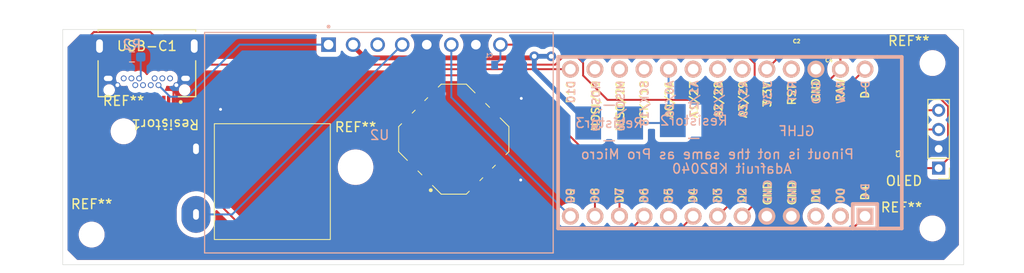
<source format=kicad_pcb>
(kicad_pcb (version 20241229) (generator "pcbnew") (generator_version "9.0")
  (layers (0 "F.Cu" signal) (2 "B.Cu" signal) (13 "F.Paste" user) (15 "B.Paste" user) (5 "F.SilkS" user "F.Silkscreen") (7 "B.SilkS" user "B.Silkscreen") (1 "F.Mask" user) (3 "B.Mask" user) (25 "Edge.Cuts" user))
  (net 0 "")
  (net 1 "GND")
  (net 2 "+5V")
  (net 3 "Net-(U1-D8)")
  (net 4 "Net-(U1-D7)")
  (net 5 "SDL")
  (net 6 "+3.3V")
  (net 7 "SDA")
  (net 8 "Net-(USB-C1-CC2)")
  (net 9 "Net-(USB-C1-CC1)")
  (net 10 "Net-(U1-A0{slash}26)")
  (net 11 "Net-(U2-VLIPO)")
  (net 13 "D-")
  (net 14 "LBO")
  (net 17 "D+")
  (net 20 "VBUS")
  (net 21 "EN")
  (net 37 "D6ASSY")
  (net 42 "D8ASSY")
  (net 43 "D10ASSY")
  (footprint "CC0402KRX5R5BB105 (2):CAPC1005X60" (layer "F.Cu") (at 168.91 67.1075 90)
    (property "Reference" "C3" (at -0.085083 -0.986007 90) (layer "F.SilkS") (effects (font (size 0.394103 0.394103))))
    (property "Value" "0.1uF")
    (pad "1" smd rect (at -0.65 0 90) (size 0.7 0.9) (layers "F.Cu" "F.Mask" "F.Paste") (net 6 "+3.3V"))
    (pad "2" smd rect (at 0.65 0 90) (size 0.7 0.9) (layers "F.Cu" "F.Mask" "F.Paste") (net 1 "GND"))
  )
  (footprint "DPAD:Navigation_SMD_9.9x9.9mm" (layer "F.Cu") (at 121.92 65.675 180)
    (property "Reference" "D-Pad1")
    (property "Value" "Nav Switch")
    (fp_line (start 5.7 1.3) (end 5.4 1.6) (stroke (width 0.1)) (layer "F.SilkS"))
    (fp_line (start 5.7 -1.3) (end 5.7 1.3) (stroke (width 0.1)) (layer "F.SilkS"))
    (fp_line (start 4.8 -2.2) (end 5.7 -1.3) (stroke (width 0.1)) (layer "F.SilkS"))
    (fp_line (start 4.3 2.7) (end 4 3) (stroke (width 0.1)) (layer "F.SilkS"))
    (fp_line (start 3.3 -3.7) (end 3.7 -3.3) (stroke (width 0.1)) (layer "F.SilkS"))
    (fp_line (start 3 4) (end 2.7 4.3) (stroke (width 0.1)) (layer "F.SilkS"))
    (fp_line (start 1.6 5.4) (end 1.3 5.7) (stroke (width 0.1)) (layer "F.SilkS"))
    (fp_line (start 1.3 5.7) (end -1.3 5.7) (stroke (width 0.1)) (layer "F.SilkS"))
    (fp_line (start 1.3 -5.7) (end 2.2 -4.8) (stroke (width 0.1)) (layer "F.SilkS"))
    (fp_line (start -1.3 5.7) (end -2.2 4.8) (stroke (width 0.1)) (layer "F.SilkS"))
    (fp_line (start -1.3 -5.7) (end 1.3 -5.7) (stroke (width 0.1)) (layer "F.SilkS"))
    (fp_line (start -1.6 -5.4) (end -1.3 -5.7) (stroke (width 0.1)) (layer "F.SilkS"))
    (fp_line (start -2.7 -4.3) (end -3 -4) (stroke (width 0.1)) (layer "F.SilkS"))
    (fp_line (start -3.3 3.7) (end -3.7 3.3) (stroke (width 0.1)) (layer "F.SilkS"))
    (fp_line (start -4 -3) (end -4.3 -2.7) (stroke (width 0.1)) (layer "F.SilkS"))
    (fp_line (start -4.8 2.2) (end -5.7 1.300001) (stroke (width 0.1)) (layer "F.SilkS"))
    (fp_line (start -5.7 1.300001) (end -5.7 -1.3) (stroke (width 0.1)) (layer "F.SilkS"))
    (fp_line (start -5.7 -1.3) (end -5.4 -1.6) (stroke (width 0.1)) (layer "F.SilkS"))
    (fp_circle (center 2.380662 -5.292547) (end 2.280662 -5.292547) (stroke (width 0.2)) (fill yes) (layer "F.SilkS"))
    (pad "1" smd rect (at 2.669328 -4.224963 315) (size 1 1.25) (layers "F.Cu" "F.Mask" "F.Paste") (net 37 "D6ASSY"))
    (pad "2" smd rect (at 4.224963 -2.669328 315) (size 1 1.25) (layers "F.Cu" "F.Mask" "F.Paste") (net 42 "D8ASSY"))
    (pad "3" smd rect (at 4.790648 2.103643 45) (size 1 1.25) (layers "F.Cu" "F.Mask" "F.Paste") (net 1 "GND"))
    (pad "4" smd rect (at 3.447146 3.447146 45) (size 1 1.25) (layers "F.Cu" "F.Mask" "F.Paste") (net 43 "D10ASSY"))
    (pad "5" smd rect (at 2.103643 4.790648 45) (size 1 1.25) (layers "F.Cu" "F.Mask" "F.Paste") (net 4 "Net-(U1-D7)"))
    (pad "6" smd rect (at -2.669328 4.224963 135) (size 1 1.25) (layers "F.Cu" "F.Mask" "F.Paste") (net 1 "GND"))
    (pad "7" smd rect (at -4.224963 2.669328 135) (size 1 1.25) (layers "F.Cu" "F.Mask" "F.Paste") (net 3 "Net-(U1-D8)"))
    (pad "8" smd rect (at -4.790648 -2.103643 225) (size 1 1.25) (layers "F.Cu" "F.Mask" "F.Paste") (net 1 "GND"))
    (pad "9" smd rect (at -3.447146 -3.447146 225) (size 1 1.25) (layers "F.Cu" "F.Mask" "F.Paste") (net 1 "GND"))
    (pad "10" smd rect (at -2.103643 -4.790648 225) (size 1 1.25) (layers "F.Cu" "F.Mask" "F.Paste") (net 1 "GND"))
  )
  (footprint "5-1res:RC0603N_YAG" (layer "F.Cu") (at 92.075 64.135 180)
    (property "Reference" "Resistor1" (at 0 0 180) (layer "F.SilkS"))
    (property "Value" "5.1Kohms")
    (fp_line (start 0.08615 -0.5334) (end -0.08615 -0.5334) (stroke (width 0.1524)) (layer "F.SilkS"))
    (fp_line (start -0.08615 0.5334) (end 0.08615 0.5334) (stroke (width 0.1524)) (layer "F.SilkS"))
    (pad "1" smd rect (at -0.7747 0 180) (size 0.762 0.8128) (layers "F.Cu" "F.Mask" "F.Paste") (net 1 "GND"))
    (pad "2" smd rect (at 0.7747 0 180) (size 0.762 0.8128) (layers "F.Cu" "F.Mask" "F.Paste") (net 9 "Net-(USB-C1-CC1)"))
    (zone (net 0) (net_name "") (layer "F.Cu") (connect_pads (clearance 0)) (min_thickness 0.254)
      (keepout (tracks not_allowed) (vias not_allowed) (pads allowed) (copperpour not_allowed) (footprints allowed))
      (fill (thermal_gap 0.508) (thermal_bridge_width 0.508))
      (polygon (pts (xy 92.4179 64.4906) (xy 91.7321 64.4906) (xy 91.7321 63.7794) (xy 92.4179 63.7794)))
    )
  )
  (footprint "CC0402KRX5R5BB105 (2):CAPC1005X60" (layer "F.Cu") (at 160.655 56.515 180)
    (property "Reference" "C4" (at -0.085083 -0.986007 180) (layer "F.SilkS") (effects (font (size 0.394103 0.394103))))
    (property "Value" "0.1uF")
    (pad "1" smd rect (at -0.65 0 180) (size 0.7 0.9) (layers "F.Cu" "F.Mask" "F.Paste") (net 2 "+5V"))
    (pad "2" smd rect (at 0.65 0 180) (size 0.7 0.9) (layers "F.Cu" "F.Mask" "F.Paste") (net 1 "GND"))
  )
  (footprint "Connector_PinHeader_2.00mm:PinHeader_1x04_P2.00mm_Vertical" (layer "F.Cu") (at 172.085 68.675 180)
    (property "Reference" "OLED" (at 3.585 -1.325 0) (layer "F.SilkS"))
    (property "Value" "SSD1306" (hide yes))
    (fp_line (start 1.11 1) (end 1.11 7.11) (stroke (width 0.12)) (layer "F.SilkS"))
    (fp_line (start -1.11 7.11) (end 1.11 7.11) (stroke (width 0.12)) (layer "F.SilkS"))
    (fp_line (start -1.11 1) (end 1.11 1) (stroke (width 0.12)) (layer "F.SilkS"))
    (fp_line (start -1.11 1) (end -1.11 7.11) (stroke (width 0.12)) (layer "F.SilkS"))
    (fp_line (start -1.11 0) (end -1.11 -1.11) (stroke (width 0.12)) (layer "F.SilkS"))
    (fp_line (start -1.11 -1.11) (end 0 -1.11) (stroke (width 0.12)) (layer "F.SilkS"))
    (pad "1" thru_hole rect (at 0 0 180) (size 1.35 1.35) (drill 0.8) (layers "*.Cu" "*.Mask") (net 6 "+3.3V"))
    (pad "2" thru_hole circle (at 0 2 180) (size 1.35 1.35) (drill 0.8) (layers "*.Cu" "*.Mask") (net 1 "GND"))
    (pad "3" thru_hole circle (at 0 4 180) (size 1.35 1.35) (drill 0.8) (layers "*.Cu" "*.Mask") (net 5 "SDL"))
    (pad "4" thru_hole circle (at 0 6 180) (size 1.35 1.35) (drill 0.8) (layers "*.Cu" "*.Mask") (net 7 "SDA"))
  )
  (footprint "MountingHole:MountingHole_2.2mm_M2" (layer "F.Cu") (at 171.45 74.93)
    (property "Reference" "REF**" (at -3.2 -2.18 0) (layer "F.SilkS"))
    (property "Value" "MountingHole_2.2mm_M2")
    (pad "" np_thru_hole circle (at 0 0) (size 2.2 2.2) (drill 2.2) (layers "*.Cu" "*.Mask"))
  )
  (footprint "CC0402KRX5R5BB105 (2):CAPC1005X60" (layer "F.Cu") (at 157.48 56.515)
    (property "Reference" "C2" (at -0.085083 -0.986007 0) (layer "F.SilkS") (effects (font (size 0.394103 0.394103))))
    (property "Value" "0.1uF")
    (pad "1" smd rect (at -0.65 0) (size 0.7 0.9) (layers "F.Cu" "F.Mask" "F.Paste") (net 6 "+3.3V"))
    (pad "2" smd rect (at 0.65 0) (size 0.7 0.9) (layers "F.Cu" "F.Mask" "F.Paste") (net 1 "GND"))
  )
  (footprint "library:onoffswitch" (layer "F.Cu") (at 95.25 73.475 90)
    (property "Reference" "SW1" (hide yes))
    (property "Value" "SW_SPST")
    (fp_rect (start -2.6 1.9) (end 9.4 13.9) (stroke (width 0.1)) (fill no) (layer "F.SilkS"))
    (pad "1" thru_hole oval (at 0 0 90) (size 3.81 3) (drill oval 1.1 0.6) (layers "*.Cu" "*.Mask") (net 21 "EN"))
    (pad "2" thru_hole oval (at 6.8 0 90) (size 3.81 3) (drill oval 1.1 0.6) (layers "*.Cu" "*.Mask") (net 1 "GND"))
  )
  (footprint "usb-c:CUI_UJ31-CH-G-SMT-TR-67" (layer "F.Cu") (at 90.17 56.026242 180)
    (property "Reference" "USB-C1" (at 0 0 0) (layer "F.SilkS"))
    (property "Value" "UJ31-CH-G-SMT-TR-67" (hide yes))
    (fp_line (start 5.05 1.7) (end 5.05 1.52) (stroke (width 0.127)) (layer "F.SilkS"))
    (fp_line (start 5.05 -1.52) (end 5.05 -5.25) (stroke (width 0.127)) (layer "F.SilkS"))
    (fp_line (start 5.05 -5.25) (end 3.25 -5.25) (stroke (width 0.127)) (layer "F.SilkS"))
    (fp_line (start -3.25 -5.25) (end -5.05 -5.25) (stroke (width 0.127)) (layer "F.SilkS"))
    (fp_line (start -5.05 1.7) (end 5.05 1.7) (stroke (width 0.127)) (layer "F.SilkS"))
    (fp_line (start -5.05 1.52) (end -5.05 1.7) (stroke (width 0.127)) (layer "F.SilkS"))
    (fp_line (start -5.05 -5.25) (end -5.05 -1.52) (stroke (width 0.127)) (layer "F.SilkS"))
    (fp_circle (center -3.5 -5.8) (end -3.4 -5.8) (stroke (width 0.2)) (fill no) (layer "F.SilkS"))
    (pad "" np_thru_hole circle (at -3.9 -4.55 180) (size 0.7 0.7) (drill 0.7) (layers "*.Cu" "*.Mask"))
    (pad "" np_thru_hole circle (at 3.9 -4.55 180) (size 0.7 0.7) (drill 0.7) (layers "*.Cu" "*.Mask"))
    (pad "A1" smd rect (at -2.75 -5.575 180) (size 0.35 0.85) (layers "F.Cu" "F.Mask" "F.Paste") (net 1 "GND"))
    (pad "A2" smd rect (at -2.25 -5.575 180) (size 0.35 0.85) (layers "F.Cu" "F.Mask" "F.Paste"))
    (pad "A3" smd rect (at -1.75 -5.575 180) (size 0.35 0.85) (layers "F.Cu" "F.Mask" "F.Paste"))
    (pad "A4" smd rect (at -1.25 -5.575 180) (size 0.35 0.85) (layers "F.Cu" "F.Mask" "F.Paste"))
    (pad "A5" smd rect (at -0.75 -5.575 180) (size 0.35 0.85) (layers "F.Cu" "F.Mask" "F.Paste") (net 9 "Net-(USB-C1-CC1)"))
    (pad "A6" smd rect (at -0.25 -5.575 180) (size 0.35 0.85) (layers "F.Cu" "F.Mask" "F.Paste") (net 17 "D+"))
    (pad "A7" smd rect (at 0.25 -5.575 180) (size 0.35 0.85) (layers "F.Cu" "F.Mask" "F.Paste") (net 13 "D-"))
    (pad "A8" smd rect (at 0.75 -5.575 180) (size 0.35 0.85) (layers "F.Cu" "F.Mask" "F.Paste"))
    (pad "A9" smd rect (at 1.25 -5.575 180) (size 0.35 0.85) (layers "F.Cu" "F.Mask" "F.Paste"))
    (pad "A10" smd rect (at 1.75 -5.575 180) (size 0.35 0.85) (layers "F.Cu" "F.Mask" "F.Paste"))
    (pad "A11" smd rect (at 2.25 -5.575 180) (size 0.35 0.85) (layers "F.Cu" "F.Mask" "F.Paste"))
    (pad "A12" smd rect (at 2.75 -5.575 180) (size 0.35 0.85) (layers "F.Cu" "F.Mask" "F.Paste") (net 1 "GND"))
    (pad "B1" thru_hole circle (at 3.05 -4.05 180) (size 0.6 0.6) (drill 0.4) (layers "*.Cu" "*.Mask") (net 1 "GND"))
    (pad "B2" thru_hole circle (at 2.4 -3.35 180) (size 0.6 0.6) (drill 0.4) (layers "*.Cu" "*.Mask"))
    (pad "B3" thru_hole circle (at 1.6 -3.35 180) (size 0.6 0.6) (drill 0.4) (layers "*.Cu" "*.Mask"))
    (pad "B4" thru_hole circle (at 1.2 -4.05 180) (size 0.6 0.6) (drill 0.4) (layers "*.Cu" "*.Mask"))
    (pad "B5" thru_hole circle (at 0.8 -3.35 180) (size 0.6 0.6) (drill 0.4) (layers "*.Cu" "*.Mask") (net 8 "Net-(USB-C1-CC2)"))
    (pad "B6" thru_hole circle (at 0.4 -4.05 180) (size 0.6 0.6) (drill 0.4) (layers "*.Cu" "*.Mask"))
    (pad "B7" thru_hole circle (at -0.4 -4.05 180) (size 0.6 0.6) (drill 0.4) (layers "*.Cu" "*.Mask"))
    (pad "B8" thru_hole circle (at -0.8 -3.35 180) (size 0.6 0.6) (drill 0.4) (layers "*.Cu" "*.Mask"))
    (pad "B9" thru_hole circle (at -1.2 -4.05 180) (size 0.6 0.6) (drill 0.4) (layers "*.Cu" "*.Mask") (net 20 "VBUS"))
    (pad "B10" thru_hole circle (at -1.6 -3.35 180) (size 0.6 0.6) (drill 0.4) (layers "*.Cu" "*.Mask"))
    (pad "B11" thru_hole circle (at -2.4 -3.35 180) (size 0.6 0.6) (drill 0.4) (layers "*.Cu" "*.Mask"))
    (pad "B12" thru_hole circle (at -3.05 -4.05 180) (size 0.6 0.6) (drill 0.4) (layers "*.Cu" "*.Mask") (net 1 "GND"))
    (pad "S1" thru_hole oval (at -4.9 0 180) (size 1.2 2.4) (drill oval 0.7 1.4) (layers "*.Cu" "*.Mask") (net 1 "GND"))
    (pad "S2" thru_hole oval (at 4.9 0 180) (size 1.2 2.4) (drill oval 0.7 1.4) (layers "*.Cu" "*.Mask") (net 1 "GND"))
    (pad "S3" thru_hole oval (at -4 -3.35 180) (size 1.3 0.95) (drill oval 0.9 0.55) (layers "*.Cu" "*.Mask") (net 1 "GND"))
    (pad "S4" thru_hole oval (at 4 -3.35 180) (size 1.3 0.95) (drill oval 0.9 0.55) (layers "*.Cu" "*.Mask") (net 1 "GND"))
  )
  (footprint "MountingHole:MountingHole_2.2mm_M2" (layer "F.Cu") (at 84.455 75.565)
    (property "Reference" "REF**" (at 0 -3.15 0) (layer "F.SilkS"))
    (property "Value" "MountingHole_2.2mm_M2")
    (pad "" np_thru_hole circle (at 0 0) (size 2.2 2.2) (drill 2.2) (layers "*.Cu" "*.Mask"))
  )
  (footprint "MountingHole:MountingHole_3.2mm_M3" (layer "F.Cu") (at 111.76 68.58)
    (property "Reference" "REF**" (at 0 -4.15 0) (layer "F.SilkS"))
    (property "Value" "MountingHole_3.2mm_M3")
    (pad "" np_thru_hole circle (at 0 0) (size 3.2 3.2) (drill 3.2) (layers "*.Cu" "*.Mask"))
  )
  (footprint "MountingHole:MountingHole_2.2mm_M2" (layer "F.Cu") (at 171.45 57.785)
    (property "Reference" "REF**" (at -2.45 -2.285 0) (layer "F.SilkS"))
    (property "Value" "MountingHole_2.2mm_M2")
    (pad "" np_thru_hole circle (at 0 0) (size 2.2 2.2) (drill 2.2) (layers "*.Cu" "*.Mask"))
  )
  (footprint "MountingHole:MountingHole_2.2mm_M2" (layer "F.Cu") (at 87.760901 64.861438)
    (property "Reference" "REF**" (at 0 -3.15 0) (layer "F.SilkS"))
    (property "Value" "MountingHole_2.2mm_M2")
    (pad "" np_thru_hole circle (at 0 0) (size 2.2 2.2) (drill 2.2) (layers "*.Cu" "*.Mask"))
  )
  (footprint "Resistor_SMD:R_0603_1608Metric_Pad0.98x0.95mm_HandSolder" (layer "B.Cu") (at 88.6225 57.15)
    (property "Reference" "R2" (at 0 -1.27 0) (layer "B.SilkS") (effects (justify mirror)))
    (property "Value" "5.1Kohms")
    (fp_line (start -0.254724 -0.5225) (end 0.254724 -0.5225) (stroke (width 0.12)) (layer "B.SilkS"))
    (fp_line (start -0.254724 0.5225) (end 0.254724 0.5225) (stroke (width 0.12)) (layer "B.SilkS"))
    (pad "1" smd roundrect (at -0.9125 0) (size 0.975 0.95) (layers "B.Cu" "B.Mask" "B.Paste") (net 1 "GND"))
    (pad "2" smd roundrect (at 0.9125 0) (size 0.975 0.95) (layers "B.Cu" "B.Mask" "B.Paste") (net 8 "Net-(USB-C1-CC2)"))
  )
  (footprint "1mohmres:RES_TLR_3AW1_2_4_KOA" (layer "B.Cu") (at 138 64 180)
    (property "Reference" "Resistor3" (at 0 0 0) (layer "B.SilkS") (effects (justify mirror)))
    (property "Value" "1mohm")
    (fp_line (start 0.53065 1.8415) (end -0.53065 1.8415) (stroke (width 0.1524)) (layer "B.SilkS"))
    (fp_line (start -0.53065 -1.8415) (end 0.53065 -1.8415) (stroke (width 0.1524)) (layer "B.SilkS"))
    (pad "1" smd rect (at -2.1717 0 180) (size 2.667 3.429) (layers "B.Cu" "B.Mask" "B.Paste") (net 10 "Net-(U1-A0{slash}26)"))
    (pad "2" smd rect (at 2.1717 0 180) (size 2.667 3.429) (layers "B.Cu" "B.Mask" "B.Paste") (net 11 "Net-(U2-VLIPO)"))
    (zone (net 0) (net_name "") (layer "B.Cu") (connect_pads (clearance 0)) (min_thickness 0.254)
      (keepout (tracks not_allowed) (vias not_allowed) (pads allowed) (copperpour not_allowed) (footprints allowed))
      (fill (thermal_gap 0.508) (thermal_bridge_width 0.508))
      (polygon (pts (xy 138.7874 62.3363) (xy 137.2126 62.3363) (xy 137.2126 65.6637) (xy 138.7874 65.6637)))
    )
  )
  (footprint "batt-charger:MODULE_2465" (layer "B.Cu") (at 114.173 66.04)
    (property "Reference" "U2" (at 0.077 -0.79 0) (layer "B.SilkS") (effects (justify mirror)))
    (property "Value" "2465")
    (fp_line (start -18.034 -11.43) (end -18.034 11.43) (stroke (width 0.127)) (layer "B.SilkS"))
    (fp_line (start -18.034 11.43) (end 18.034 11.43) (stroke (width 0.127)) (layer "B.SilkS"))
    (fp_line (start 18.034 -11.43) (end -18.034 -11.43) (stroke (width 0.127)) (layer "B.SilkS"))
    (fp_line (start 18.034 11.43) (end 18.034 -11.43) (stroke (width 0.127)) (layer "B.SilkS"))
    (fp_circle (center -5.207 -12.03) (end -5.107 -12.03) (stroke (width 0.2)) (fill no) (layer "B.SilkS"))
    (pad "1" thru_hole rect (at -5.207 -10.16) (size 1.508 1.508) (drill 1) (layers "*.Cu" "*.Mask") (net 20 "VBUS"))
    (pad "2" thru_hole circle (at -2.667 -10.16) (size 1.508 1.508) (drill 1) (layers "*.Cu" "*.Mask") (net 11 "Net-(U2-VLIPO)"))
    (pad "3" thru_hole circle (at -0.127 -10.16) (size 1.508 1.508) (drill 1) (layers "*.Cu" "*.Mask"))
    (pad "4" thru_hole circle (at 2.413 -10.16) (size 1.508 1.508) (drill 1) (layers "*.Cu" "*.Mask") (net 21 "EN"))
    (pad "5" thru_hole circle (at 4.953 -10.16) (size 1.508 1.508) (drill 1) (layers "*.Cu" "*.Mask") (net 1 "GND"))
    (pad "6" thru_hole circle (at 7.493 -10.16) (size 1.508 1.508) (drill 1) (layers "*.Cu" "*.Mask") (net 14 "LBO"))
    (pad "7" thru_hole circle (at 10.033 -10.16) (size 1.508 1.508) (drill 1) (layers "*.Cu" "*.Mask") (net 1 "GND"))
    (pad "8" thru_hole circle (at 12.573 -10.16) (size 1.508 1.508) (drill 1) (layers "*.Cu" "*.Mask") (net 2 "+5V"))
  )
  (footprint "CC0402KRX5R5BB105 (2):CAPC1005X60" (layer "B.Cu") (at 125.5 58 180)
    (property "Reference" "C1" (at -0.085083 0.986007 0) (layer "B.SilkS") (effects (font (size 0.394103 0.394103)) (justify mirror)))
    (property "Value" "0.1uF")
    (pad "1" smd rect (at -0.65 0 180) (size 0.7 0.9) (layers "B.Cu" "B.Mask" "B.Paste") (net 2 "+5V"))
    (pad "2" smd rect (at 0.65 0 180) (size 0.7 0.9) (layers "B.Cu" "B.Mask" "B.Paste") (net 1 "GND"))
  )
  (footprint "kb2040:kb2040" (layer "B.Cu") (at 150.495 66.04 90)
    (property "Reference" "U1" (hide yes))
    (property "Value" "kb2040" (hide yes))
    (fp_line (start 8.89 -17.78) (end 8.89 15.24) (stroke (width 0.381)) (layer "B.SilkS"))
    (fp_line (start -8.89 -17.78) (end 8.89 -17.78) (stroke (width 0.381)) (layer "B.SilkS"))
    (fp_line (start -6.35 12.7) (end -8.89 12.7) (stroke (width 0.381)) (layer "B.SilkS"))
    (fp_line (start 8.89 15.24) (end 8.89 17.78) (stroke (width 0.381)) (layer "B.SilkS"))
    (fp_line (start -6.35 15.24) (end -6.35 12.7) (stroke (width 0.381)) (layer "B.SilkS"))
    (fp_line (start -6.35 15.24) (end -8.89 15.24) (stroke (width 0.381)) (layer "B.SilkS"))
    (fp_line (start -8.89 15.24) (end -8.89 -17.78) (stroke (width 0.381)) (layer "B.SilkS"))
    (fp_line (start 8.89 17.78) (end -8.89 17.78) (stroke (width 0.381)) (layer "B.SilkS"))
    (fp_line (start -8.89 17.78) (end -8.89 15.24) (stroke (width 0.381)) (layer "B.SilkS"))
    (fp_text user "RAW" (at 5.461 11.43 270) (layer "F.SilkS") (effects (font (size 0.8 0.8))))
    (fp_text user "D0" (at -5.461 11.43 270) (layer "F.SilkS") (effects (font (size 0.8 0.8))))
    (fp_text user "D4" (at -5.461 -3.81 270) (layer "F.SilkS") (effects (font (size 0.8 0.8))))
    (fp_text user "A0/26" (at 4.4704 -6.2738 270) (layer "F.SilkS") (effects (font (size 0.8 0.8))))
    (fp_text user "GND" (at 5.461 8.89 270) (layer "F.SilkS") (effects (font (size 0.8 0.8))))
    (fp_text user "D-" (at 5.461 13.97 270) (layer "F.SilkS") (effects (font (size 0.8 0.8))))
    (fp_text user "D5" (at -5.461 -6.35 270) (layer "F.SilkS") (effects (font (size 0.8 0.8))))
    (fp_text user "D6" (at -5.461 -8.89 270) (layer "F.SilkS") (effects (font (size 0.8 0.8))))
    (fp_text user "D3" (at -5.461 -1.27 270) (layer "F.SilkS") (effects (font (size 0.8 0.8))))
    (fp_text user "A1/27" (at 4.4704 -3.7338 270) (layer "F.SilkS") (effects (font (size 0.8 0.8))))
    (fp_text user "D+" (at -5.08 13.97 270) (layer "F.SilkS") (effects (font (size 0.8 0.8))))
    (fp_text user "D9" (at -5.5 -16.5 270) (layer "F.SilkS") (effects (font (size 0.8 0.8))))
    (fp_text user "D10" (at 5.2324 -16.4846 270) (layer "F.SilkS") (effects (font (size 0.8 0.8))))
    (fp_text user "D2" (at -5.461 1.27 270) (layer "F.SilkS") (effects (font (size 0.8 0.8))))
    (fp_text user "D7" (at -5.461 -11.43 270) (layer "F.SilkS") (effects (font (size 0.8 0.8))))
    (fp_text user "A2/28" (at 4.4704 -1.1938 270) (layer "F.SilkS") (effects (font (size 0.8 0.8))))
    (fp_text user "D1" (at -5.461 8.89 270) (layer "F.SilkS") (effects (font (size 0.8 0.8))))
    (fp_text user "3.3V" (at 4.9784 3.8608 270) (layer "F.SilkS") (effects (font (size 0.8 0.8))))
    (fp_text user "A3/29" (at 4.4704 1.3462 270) (layer "F.SilkS") (effects (font (size 0.8 0.8))))
    (fp_text user "RST" (at 4.9784 6.4008 270) (layer "F.SilkS") (effects (font (size 0.8 0.8))))
    (fp_text user "SCK/18" (at 4.0894 -8.89 270) (layer "F.SilkS") (effects (font (size 0.8 0.8))))
    (fp_text user "GND" (at -5.2578 3.8862 270) (layer "F.SilkS") (effects (font (size 0.8 0.8))))
    (fp_text user "MISO/20" (at 3.81 -11.3538 270) (layer "F.SilkS") (effects (font (size 0.8 0.8))))
    (fp_text user "D8" (at -5.461 -13.97 270) (layer "F.SilkS") (effects (font (size 0.8 0.8))))
    (fp_text user "GND" (at -5.2578 6.4262 270) (layer "F.SilkS") (effects (font (size 0.8 0.8))))
    (fp_text user "MOSI/19" (at 3.81 -13.8938 270) (layer "F.SilkS") (effects (font (size 0.8 0.8))))
    (fp_text user "D5" (at -5.5 -6.32 270) (layer "B.SilkS") (effects (font (size 0.8 0.8)) (justify mirror)))
    (fp_text user "D1" (at -5.5 8.92 270) (layer "B.SilkS") (effects (font (size 0.8 0.8)) (justify mirror)))
    (fp_text user "D7" (at -5.5 -11.4 270) (layer "B.SilkS") (effects (font (size 0.8 0.8)) (justify mirror)))
    (fp_text user "Adafruit KB2040" (at -2.7 0.2 0) (layer "B.SilkS") (effects (justify mirror)))
    (fp_text user "RST" (at 5.342857 6.4546 270) (layer "B.SilkS") (effects (font (size 0.8 0.8)) (justify mirror)))
    (fp_text user "D9" (at -5.5 -16.47 270) (layer "B.SilkS") (effects (font (size 0.8 0.8)) (justify mirror)))
    (fp_text user "GND" (at -5.061905 6.4562 270) (layer "B.SilkS") (effects (font (size 0.8 0.8)) (justify mirror)))
    (fp_text user "SCK/18" (at 4.066667 -8.8362 270) (layer "B.SilkS") (effects (font (size 0.8 0.8)) (justify mirror)))
    (fp_text user "A3/29" (at 4.52381 1.4 270) (layer "B.SilkS") (effects (font (size 0.8 0.8)) (justify mirror)))
    (fp_text user "MISO/20" (at 3.8 -11.3 270) (layer "B.SilkS") (effects (font (size 0.8 0.8)) (justify mirror)))
    (fp_text user "D10" (at 5.266667 -16.4308 270) (layer "B.SilkS") (effects (font (size 0.8 0.8)) (justify mirror)))
    (fp_text user "A1/27" (at 4.52381 -3.68 270) (layer "B.SilkS") (effects (font (size 0.8 0.8)) (justify mirror)))
    (fp_text user "GLHF" (at 1.2 6.9 0) (layer "B.SilkS") (effects (justify mirror)))
    (fp_text user "GND" (at -5.061905 3.9162 270) (layer "B.SilkS") (effects (font (size 0.8 0.8)) (justify mirror)))
    (fp_text user "D2" (at -5.5 1.3 270) (layer "B.SilkS") (effects (font (size 0.8 0.8)) (justify mirror)))
    (fp_text user "D+" (at -5.1 14 270) (layer "B.SilkS") (effects (font (size 0.8 0.8)) (justify mirror)))
    (fp_text user "D0" (at -5.5 11.46 270) (layer "B.SilkS") (effects (font (size 0.8 0.8)) (justify mirror)))
    (fp_text user "GND" (at 5.209524 8.9438 270) (layer "B.SilkS") (effects (font (size 0.8 0.8)) (justify mirror)))
    (fp_text user "A2/28" (at 4.52381 -1.14 270) (layer "B.SilkS") (effects (font (size 0.8 0.8)) (justify mirror)))
    (fp_text user "Pinout is not the same as Pro Micro" (at -1.2 -1.3 0) (layer "B.SilkS") (effects (justify mirror)))
    (fp_text user "D3" (at -5.5 -1.24 270) (layer "B.SilkS") (effects (font (size 0.8 0.8)) (justify mirror)))
    (fp_text user "D4" (at -5.5 -3.78 270) (layer "B.SilkS") (effects (font (size 0.8 0.8)) (justify mirror)))
    (fp_text user "D-" (at 5.533334 14.0238 270) (layer "B.SilkS") (effects (font (size 0.8 0.8)) (justify mirror)))
    (fp_text user "3.3V" (at 5.133334 3.9146 270) (layer "B.SilkS") (effects (font (size 0.8 0.8)) (justify mirror)))
    (fp_text user "A0/26" (at 4.52381 -6.22 270) (layer "B.SilkS") (effects (font (size 0.8 0.8)) (justify mirror)))
    (fp_text user "MOSI/19" (at 3.8 -13.84 270) (layer "B.SilkS") (effects (font (size 0.8 0.8)) (justify mirror)))
    (fp_text user "RAW" (at 5.228572 11.4838 270) (layer "B.SilkS") (effects (font (size 0.8 0.8)) (justify mirror)))
    (fp_text user "D6" (at -5.5 -8.86 270) (layer "B.SilkS") (effects (font (size 0.8 0.8)) (justify mirror)))
    (fp_text user "D8" (at -5.5 -13.94 270) (layer "B.SilkS") (effects (font (size 0.8 0.8)) (justify mirror)))
    (pad "1" thru_hole rect (at -7.62 13.97 180) (size 1.7526 1.7526) (drill 1.0922) (layers "*.Cu" "*.SilkS" "*.Mask") (net 17 "D+"))
    (pad "2" thru_hole circle (at -7.62 11.43 180) (size 1.7526 1.7526) (drill 1.0922) (layers "*.Cu" "*.SilkS" "*.Mask"))
    (pad "3" thru_hole circle (at -7.62 8.89 180) (size 1.7526 1.7526) (drill 1.0922) (layers "*.Cu" "*.SilkS" "*.Mask"))
    (pad "4" thru_hole circle (at -7.62 6.35 180) (size 1.7526 1.7526) (drill 1.0922) (layers "*.Cu" "*.SilkS" "*.Mask") (net 1 "GND"))
    (pad "5" thru_hole circle (at -7.62 3.81 180) (size 1.7526 1.7526) (drill 1.0922) (layers "*.Cu" "*.SilkS" "*.Mask") (net 1 "GND"))
    (pad "6" thru_hole circle (at -7.62 1.27 180) (size 1.7526 1.7526) (drill 1.0922) (layers "*.Cu" "*.SilkS" "*.Mask") (net 5 "SDL"))
    (pad "7" thru_hole circle (at -7.62 -1.27 180) (size 1.7526 1.7526) (drill 1.0922) (layers "*.Cu" "*.SilkS" "*.Mask") (net 7 "SDA"))
    (pad "8" thru_hole circle (at -7.62 -3.81 180) (size 1.7526 1.7526) (drill 1.0922) (layers "*.Cu" "*.SilkS" "*.Mask") (net 42 "D8ASSY"))
    (pad "9" thru_hole circle (at -7.62 -6.35 180) (size 1.7526 1.7526) (drill 1.0922) (layers "*.Cu" "*.SilkS" "*.Mask"))
    (pad "10" thru_hole circle (at -7.62 -8.89 180) (size 1.7526 1.7526) (drill 1.0922) (layers "*.Cu" "*.SilkS" "*.Mask") (net 37 "D6ASSY"))
    (pad "11" thru_hole circle (at -7.62 -11.43 180) (size 1.7526 1.7526) (drill 1.0922) (layers "*.Cu" "*.SilkS" "*.Mask") (net 4 "Net-(U1-D7)"))
    (pad "12" thru_hole circle (at -7.62 -13.97 180) (size 1.7526 1.7526) (drill 1.0922) (layers "*.Cu" "*.SilkS" "*.Mask") (net 3 "Net-(U1-D8)"))
    (pad "13" thru_hole circle (at -7.62 -16.51 180) (size 1.7526 1.7526) (drill 1.0922) (layers "*.Cu" "*.SilkS" "*.Mask") (net 14 "LBO"))
    (pad "14" thru_hole circle (at 7.62 13.97 180) (size 1.7526 1.7526) (drill 1.0922) (layers "*.Cu" "*.SilkS" "*.Mask") (net 13 "D-"))
    (pad "15" thru_hole circle (at 7.62 11.43 180) (size 1.7526 1.7526) (drill 1.0922) (layers "*.Cu" "*.SilkS" "*.Mask") (net 2 "+5V"))
    (pad "16" thru_hole circle (at 7.62 8.89 180) (size 1.7526 1.7526) (drill 1.0922) (layers "*.Cu" "*.SilkS" "*.Mask") (net 1 "GND"))
    (pad "17" thru_hole circle (at 7.62 6.35 180) (size 1.7526 1.7526) (drill 1.0922) (layers "*.Cu" "*.SilkS" "*.Mask"))
    (pad "18" thru_hole circle (at 7.62 3.81 180) (size 1.7526 1.7526) (drill 1.0922) (layers "*.Cu" "*.SilkS" "*.Mask") (net 6 "+3.3V"))
    (pad "19" thru_hole circle (at 7.62 1.27 180) (size 1.7526 1.7526) (drill 1.0922) (layers "*.Cu" "*.SilkS" "*.Mask"))
    (pad "20" thru_hole circle (at 7.62 -1.27 180) (size 1.7526 1.7526) (drill 1.0922) (layers "*.Cu" "*.SilkS" "*.Mask"))
    (pad "21" thru_hole circle (at 7.62 -3.81 180) (size 1.7526 1.7526) (drill 1.0922) (layers "*.Cu" "*.SilkS" "*.Mask"))
    (pad "22" thru_hole circle (at 7.62 -6.35 180) (size 1.7526 1.7526) (drill 1.0922) (layers "*.Cu" "*.SilkS" "*.Mask") (net 10 "Net-(U1-A0{slash}26)"))
    (pad "23" thru_hole circle (at 7.62 -8.89 180) (size 1.7526 1.7526) (drill 1.0922) (layers "*.Cu" "*.SilkS" "*.Mask"))
    (pad "24" thru_hole circle (at 7.62 -11.43 180) (size 1.7526 1.7526) (drill 1.0922) (layers "*.Cu" "*.SilkS" "*.Mask"))
    (pad "25" thru_hole circle (at 7.62 -13.97 180) (size 1.7526 1.7526) (drill 1.0922) (layers "*.Cu" "*.SilkS" "*.Mask"))
    (pad "26" thru_hole circle (at 7.62 -16.51 180) (size 1.7526 1.7526) (drill 1.0922) (layers "*.Cu" "*.SilkS" "*.Mask") (net 43 "D10ASSY"))
  )
  (footprint "1mohmres:RES_TLR_3AW1_2_4_KOA" (layer "B.Cu") (at 146.75 63.75 180)
    (property "Reference" "Resistor2" (at 0 0 0) (layer "B.SilkS") (effects (justify mirror)))
    (property "Value" "1mohm")
    (fp_line (start 0.53065 1.8415) (end -0.53065 1.8415) (stroke (width 0.1524)) (layer "B.SilkS"))
    (fp_line (start -0.53065 -1.8415) (end 0.53065 -1.8415) (stroke (width 0.1524)) (layer "B.SilkS"))
    (pad "1" smd rect (at -2.1717 0 180) (size 2.667 3.429) (layers "B.Cu" "B.Mask" "B.Paste") (net 1 "GND"))
    (pad "2" smd rect (at 2.1717 0 180) (size 2.667 3.429) (layers "B.Cu" "B.Mask" "B.Paste") (net 10 "Net-(U1-A0{slash}26)"))
    (zone (net 0) (net_name "") (layer "B.Cu") (connect_pads (clearance 0)) (min_thickness 0.254)
      (keepout (tracks not_allowed) (vias not_allowed) (pads allowed) (copperpour not_allowed) (footprints allowed))
      (fill (thermal_gap 0.508) (thermal_bridge_width 0.508))
      (polygon (pts (xy 147.5374 62.0863) (xy 145.9626 62.0863) (xy 145.9626 65.4137) (xy 147.5374 65.4137)))
    )
  )
  (gr_rect (start 81.460734 54.308077) (end 174.673371 78.69037) (stroke (width 0.05)) (fill no) (layer "Edge.Cuts"))
  (segment (start 128.843502 69.911498) (end 127.891002 68.958998) (width 0.2) (layer "F.Cu") (net 1))
  (segment (start 85.27 58.476242) (end 86.17 59.376242) (width 0.2) (layer "F.Cu") (net 1))
  (segment (start 159.385 57.3775) (end 159.385 58.42) (width 0.2) (layer "F.Cu") (net 1))
  (segment (start 172.085 66.675) (end 163.83 66.675) (width 0.2) (layer "F.Cu") (net 1))
  (segment (start 86.17 59.376242) (end 89.52 56.026242) (width 0.2) (layer "F.Cu") (net 1))
  (segment (start 92.9875 61.668742) (end 92.92 61.601242) (width 0.2) (layer "F.Cu") (net 1))
  (segment (start 124.589328 61.450037) (end 128.905 61.450037) (width 0.2) (layer "F.Cu") (net 1))
  (segment (start 87.42 61.601242) (end 87.42 60.376242) (width 0.2) (layer "F.Cu") (net 1))
  (segment (start 159.385 58.8275) (end 159.385 58.42) (width 0.2) (layer "F.Cu") (net 1))
  (segment (start 92.92 60.376242) (end 93.22 60.076242) (width 0.2) (layer "F.Cu") (net 1))
  (segment (start 95.25 66.675) (end 92.9875 64.4125) (width 0.2) (layer "F.Cu") (net 1))
  (segment (start 126.365 70.12) (end 126.365 70.465648) (width 0.2) (layer "F.Cu") (net 1))
  (segment (start 124.6875 56.3615) (end 124.206 55.88) (width 0.2) (layer "F.Cu") (net 1))
  (segment (start 96.2425 64.135) (end 97.79 62.5875) (width 0.2) (layer "F.Cu") (net 1))
  (segment (start 106.751357 63.571357) (end 109.855 63.571357) (width 0.2) (layer "F.Cu") (net 1))
  (segment (start 128.289352 70.465648) (end 128.843502 69.911498) (width 0.2) (layer "F.Cu") (net 1))
  (segment (start 163.83 66.675) (end 156.845 73.66) (width 0.2) (layer "F.Cu") (net 1))
  (segment (start 87.42 60.376242) (end 87.12 60.076242) (width 0.2) (layer "F.Cu") (net 1))
  (segment (start 89.52 56.026242) (end 90.82 56.026242) (width 0.2) (layer "F.Cu") (net 1))
  (segment (start 125.367146 69.122146) (end 126.365 70.12) (width 0.2) (layer "F.Cu") (net 1))
  (segment (start 157.8875 56.515) (end 160.2475 56.515) (width 0.2) (layer "F.Cu") (net 1))
  (segment (start 109.855 63.571357) (end 117.129352 63.571357) (width 0.2) (layer "F.Cu") (net 1))
  (segment (start 92.9875 64.135) (end 96.2425 64.135) (width 0.2) (layer "F.Cu") (net 1))
  (segment (start 96.803742 61.601242) (end 97.79 62.5875) (width 0.2) (layer "F.Cu") (net 1))
  (segment (start 92.9875 64.4125) (end 92.9875 64.135) (width 0.2) (layer "F.Cu") (net 1))
  (segment (start 160.2475 56.515) (end 159.385 57.3775) (width 0.2) (layer "F.Cu") (net 1))
  (segment (start 105.7675 62.5875) (end 106.751357 63.571357) (width 0.2) (layer "F.Cu") (net 1))
  (segment (start 97.79 62.5875) (end 105.7675 62.5875) (width 0.2) (layer "F.Cu") (net 1))
  (segment (start 126.365 70.465648) (end 128.289352 70.465648) (width 0.2) (layer "F.Cu") (net 1))
  (segment (start 92.92 61.601242) (end 92.92 60.376242) (width 0.2) (layer "F.Cu") (net 1))
  (segment (start 92.9875 64.135) (end 92.9875 61.668742) (width 0.2) (layer "F.Cu") (net 1))
  (segment (start 124.023643 70.465648) (end 126.365 70.465648) (width 0.2) (layer "F.Cu") (net 1))
  (segment (start 92.92 61.601242) (end 96.803742 61.601242) (width 0.2) (layer "F.Cu") (net 1))
  (segment (start 127.891002 68.958998) (end 126.710648 67.778643) (width 0.2) (layer "F.Cu") (net 1))
  (segment (start 85.27 56.026242) (end 85.27 58.476242) (width 0.2) (layer "F.Cu") (net 1))
  (segment (start 90.82 56.026242) (end 94.17 59.376242) (width 0.2) (layer "F.Cu") (net 1))
  (via (at 128.905 61.450037) (size 0.6) (drill 0.3) (layers "F.Cu" "B.Cu") (net 1))
  (via (at 97.79 62.5875) (size 0.6) (drill 0.3) (layers "F.Cu" "B.Cu") (net 1))
  (via (at 128.843502 69.911498) (size 0.6) (drill 0.3) (layers "F.Cu" "B.Cu") (net 1))
  (segment (start 159.385 71.12) (end 156.845 73.66) (width 0.2) (layer "B.Cu") (net 1))
  (segment (start 87.12 60.076242) (end 86.87 60.076242) (width 0.2) (layer "B.Cu") (net 1))
  (segment (start 86.87 60.076242) (end 86.17 59.376242) (width 0.2) (layer "B.Cu") (net 1))
  (segment (start 86.393758 57.15) (end 85.27 56.026242) (width 0.2) (layer "B.Cu") (net 1))
  (segment (start 95.25 66.675) (end 93.718758 66.675) (width 0.2) (layer "B.Cu") (net 1))
  (segment (start 124.85 56.524) (end 124.206 55.88) (width 0.2) (layer "B.Cu") (net 1))
  (segment (start 128.843502 71.693502) (end 131.9373 74.7873) (width 0.2) (layer "B.Cu") (net 1))
  (segment (start 93.22 60.076242) (end 93.47 60.076242) (width 0.2) (layer "B.Cu") (net 1))
  (segment (start 154.055 63.75) (end 154.305 64) (width 0.2) (layer "B.Cu") (net 1))
  (segment (start 85.27 56.026242) (end 95.07 56.026242) (width 0.2) (layer "B.Cu") (net 1))
  (segment (start 87.71 57.15) (end 86.393758 57.15) (width 0.2) (layer "B.Cu") (net 1))
  (segment (start 93.718758 66.675) (end 87.12 60.076242) (width 0.2) (layer "B.Cu") (net 1))
  (segment (start 87.71 57.836242) (end 86.17 59.376242) (width 0.2) (layer "B.Cu") (net 1))
  (segment (start 128.843502 69.911498) (end 128.843502 71.693502) (width 0.2) (layer "B.Cu") (net 1))
  (segment (start 93.47 60.076242) (end 94.17 59.376242) (width 0.2) (layer "B.Cu") (net 1))
  (segment (start 153.1777 74.7873) (end 154.305 73.66) (width 0.2) (layer "B.Cu") (net 1))
  (segment (start 156.845 73.66) (end 154.305 73.66) (width 0.2) (layer "B.Cu") (net 1))
  (segment (start 131.9373 74.7873) (end 153.1777 74.7873) (width 0.2) (layer "B.Cu") (net 1))
  (segment (start 154.305 64) (end 154.305 73.66) (width 0.2) (layer "B.Cu") (net 1))
  (segment (start 87.71 57.15) (end 87.71 57.836242) (width 0.2) (layer "B.Cu") (net 1))
  (segment (start 154.055 63.75) (end 159.385 58.42) (width 0.2) (layer "B.Cu") (net 1))
  (segment (start 148.9217 63.75) (end 154.055 63.75) (width 0.2) (layer "B.Cu") (net 1))
  (segment (start 94.17 59.376242) (end 94.17 56.926242) (width 0.2) (layer "B.Cu") (net 1))
  (segment (start 94.17 56.926242) (end 95.07 56.026242) (width 0.2) (layer "B.Cu") (net 1))
  (segment (start 124.85 58) (end 124.85 56.524) (width 0.2) (layer "B.Cu") (net 1))
  (segment (start 159.385 58.42) (end 159.385 71.12) (width 0.2) (layer "B.Cu") (net 1))
  (segment (start 161.925 57.3775) (end 161.925 58.42) (width 0.2) (layer "F.Cu") (net 2))
  (segment (start 153.04996 59.29996) (end 153.04996 57.825317) (width 0.2) (layer "F.Cu") (net 2))
  (segment (start 160.33371 60.01129) (end 153.76129 60.01129) (width 0.2) (layer "F.Cu") (net 2))
  (segment (start 153.04996 57.825317) (end 151.104643 55.88) (width 0.2) (layer "F.Cu") (net 2))
  (segment (start 161.925 58.42) (end 160.33371 60.01129) (width 0.2) (layer "F.Cu") (net 2))
  (segment (start 161.0625 56.515) (end 161.925 57.3775) (width 0.2) (layer "F.Cu") (net 2))
  (segment (start 151.104643 55.88) (end 126.746 55.88) (width 0.2) (layer "F.Cu") (net 2))
  (segment (start 153.76129 60.01129) (end 153.04996 59.29996) (width 0.2) (layer "F.Cu") (net 2))
  (segment (start 126.746 55.88) (end 126.746 57.404) (width 0.2) (layer "B.Cu") (net 2))
  (segment (start 126.746 57.404) (end 126.15 58) (width 0.2) (layer "B.Cu") (net 2))
  (segment (start 126.144963 63.005672) (end 128.410672 63.005672) (width 0.2) (layer "F.Cu") (net 3))
  (segment (start 128.410672 63.005672) (end 136.525 71.12) (width 0.2) (layer "F.Cu") (net 3))
  (segment (start 136.525 71.12) (end 136.525 73.66) (width 0.2) (layer "F.Cu") (net 3))
  (segment (start 120.65 59.055) (end 127.635 59.055) (width 0.2) (layer "F.Cu") (net 4))
  (segment (start 127.635 59.055) (end 139.065 70.485) (width 0.2) (layer "F.Cu") (net 4))
  (segment (start 119.816357 60.884352) (end 119.816357 59.888643) (width 0.2) (layer "F.Cu") (net 4))
  (segment (start 119.816357 59.888643) (end 120.65 59.055) (width 0.2) (layer "F.Cu") (net 4))
  (segment (start 139.065 70.485) (end 139.065 73.66) (width 0.2) (layer "F.Cu") (net 4))
  (segment (start 160.75 64.675) (end 151.765 73.66) (width 0.2) (layer "F.Cu") (net 5))
  (segment (start 172.085 64.675) (end 160.75 64.675) (width 0.2) (layer "F.Cu") (net 5))
  (segment (start 170.07 68.675) (end 172.085 68.675) (width 0.2) (layer "F.Cu") (net 6))
  (segment (start 168.91 67.515) (end 170.07 68.675) (width 0.2) (layer "F.Cu") (net 6))
  (segment (start 154.305 58.42) (end 154.305 58.8275) (width 0.2) (layer "F.Cu") (net 6))
  (segment (start 156.83 56.515) (end 156.83 55.83) (width 0.2) (layer "F.Cu") (net 6))
  (segment (start 155.25 56.25) (end 155.25 57.475) (width 0.2) (layer "F.Cu") (net 6))
  (segment (start 172.085 68.675) (end 173.061 67.699) (width 0.2) (layer "F.Cu") (net 6))
  (segment (start 156.25 55.25) (end 155.25 56.25) (width 0.2) (layer "F.Cu") (net 6))
  (segment (start 173.061 67.699) (end 173.061 62.270727) (width 0.2) (layer "F.Cu") (net 6))
  (segment (start 155.25 57.475) (end 154.305 58.42) (width 0.2) (layer "F.Cu") (net 6))
  (segment (start 166.040273 55.25) (end 156.25 55.25) (width 0.2) (layer "F.Cu") (net 6))
  (segment (start 173.061 62.270727) (end 166.040273 55.25) (width 0.2) (layer "F.Cu") (net 6))
  (segment (start 156.83 55.83) (end 156.25 55.25) (width 0.2) (layer "F.Cu") (net 6))
  (segment (start 160.21 62.675) (end 149.225 73.66) (width 0.2) (layer "F.Cu") (net 7))
  (segment (start 172.085 62.675) (end 160.21 62.675) (width 0.2) (layer "F.Cu") (net 7))
  (segment (start 89.535 59.211242) (end 89.37 59.376242) (width 0.2) (layer "B.Cu") (net 8))
  (segment (start 89.535 57.15) (end 89.535 59.211242) (width 0.2) (layer "B.Cu") (net 8))
  (segment (start 90.92 63.8925) (end 91.1625 64.135) (width 0.2) (layer "F.Cu") (net 9))
  (segment (start 90.92 61.601242) (end 90.92 63.8925) (width 0.2) (layer "F.Cu") (net 9))
  (segment (start 144.145 63.3167) (end 144.5783 63.75) (width 0.2) (layer "B.Cu") (net 10))
  (segment (start 144.3283 64) (end 144.5783 63.75) (width 0.2) (layer "B.Cu") (net 10))
  (segment (start 140.1717 64) (end 144.3283 64) (width 0.2) (layer "B.Cu") (net 10))
  (segment (start 144.145 58.42) (end 144.145 63.3167) (width 0.2) (layer "B.Cu") (net 10))
  (segment (start 130.085 57.25) (end 130.25 57.085) (width 0.5) (layer "F.Cu") (net 11))
  (segment (start 111.506 55.88) (end 111.506 56.006) (width 1) (layer "F.Cu") (net 11))
  (segment (start 112.75 57.25) (end 130.085 57.25) (width 0.5) (layer "F.Cu") (net 11))
  (segment (start 111.506 56.006) (end 112.75 57.25) (width 0.5) (layer "F.Cu") (net 11))
  (via (at 132 57.085) (size 1) (drill 0.5) (layers "F.Cu" "B.Cu") (net 11))
  (via (at 130.25 57.085) (size 1) (drill 0.5) (layers "F.Cu" "B.Cu") (net 11))
  (segment (start 130.25 58.4217) (end 135.8283 64) (width 0.5) (layer "B.Cu") (net 11))
  (segment (start 132 57.085) (end 130.25 57.085) (width 0.5) (layer "B.Cu") (net 11))
  (segment (start 130.25 57.085) (end 130.25 58.4217) (width 0.5) (layer "B.Cu") (net 11))
  (segment (start 84 55.25) (end 84.674758 54.575242) (width 0.2) (layer "F.Cu") (net 13))
  (segment (start 89.92 62.226242) (end 89.646242 62.5) (width 0.2) (layer "F.Cu") (net 13))
  (segment (start 84.674758 54.575242) (end 90.526541 54.575242) (width 0.2) (layer "F.Cu") (net 13))
  (segment (start 137.826599 61.601242) (end 161.283758 61.601242) (width 0.2) (layer "F.Cu") (net 13))
  (segment (start 89.646242 62.5) (end 87.202394 62.5) (width 0.2) (layer "F.Cu") (net 13))
  (segment (start 135.301076 57.771424) (end 135.301076 59.075719) (width 0.2) (layer "F.Cu") (net 13))
  (segment (start 84 59.297606) (end 84 55.25) (width 0.2) (layer "F.Cu") (net 13))
  (segment (start 132.410075 57.953057) (end 133.313508 57.049624) (width 0.2) (layer "F.Cu") (net 13))
  (segment (start 133.313508 57.049624) (end 134.579276 57.049624) (width 0.2) (layer "F.Cu") (net 13))
  (segment (start 93.904356 57.953057) (end 132.410075 57.953057) (width 0.2) (layer "F.Cu") (net 13))
  (segment (start 134.579276 57.049624) (end 135.301076 57.771424) (width 0.2) (layer "F.Cu") (net 13))
  (segment (start 90.526541 54.575242) (end 93.904356 57.953057) (width 0.2) (layer "F.Cu") (net 13))
  (segment (start 87.202394 62.5) (end 84 59.297606) (width 0.2) (layer "F.Cu") (net 13))
  (segment (start 89.92 61.601242) (end 89.92 62.226242) (width 0.2) (layer "F.Cu") (net 13))
  (segment (start 135.301076 59.075719) (end 137.826599 61.601242) (width 0.2) (layer "F.Cu") (net 13))
  (segment (start 161.283758 61.601242) (end 164.465 58.42) (width 0.2) (layer "F.Cu") (net 13))
  (segment (start 121.666 61.341) (end 133.985 73.66) (width 0.2) (layer "B.Cu") (net 14))
  (segment (start 121.666 55.88) (end 121.666 61.341) (width 0.2) (layer "B.Cu") (net 14))
  (segment (start 90.42 61.601242) (end 90.42 65.17) (width 0.2) (layer "F.Cu") (net 17))
  (segment (start 106.262146 76.835) (end 106.262146 77.529301) (width 0.2) (layer "F.Cu") (net 17))
  (segment (start 102.085 76.835) (end 104.222146 76.835) (width 0.2) (layer "F.Cu") (net 17))
  (segment (start 108.662146 76.140674) (end 108.662146 76.835) (width 0.2) (layer "F.Cu") (net 17))
  (segment (start 105.062146 76.140674) (end 105.062146 76.595) (width 0.2) (layer "F.Cu") (net 17))
  (segment (start 105.662146 76.835) (end 105.662146 76.140674) (width 0.2) (layer "F.Cu") (net 17))
  (segment (start 106.502146 77.769301) (end 106.622146 77.769301) (width 0.2) (layer "F.Cu") (net 17))
  (segment (start 105.062146 76.835) (end 105.062146 77.529326) (width 0.2) (layer "F.Cu") (net 17))
  (segment (start 108.662146 76.835) (end 108.662146 77.529301) (width 0.2) (layer "F.Cu") (net 17))
  (segment (start 107.462146 76.140674) (end 107.462146 76.835) (width 0.2) (layer "F.Cu") (net 17))
  (segment (start 105.062146 76.595) (end 105.062146 76.835) (width 0.2) (layer "F.Cu") (net 17))
  (segment (start 107.702146 77.769301) (end 107.822146 77.769301) (width 0.2) (layer "F.Cu") (net 17))
  (segment (start 105.662146 77.529326) (end 105.662146 76.835) (width 0.2) (layer "F.Cu") (net 17))
  (segment (start 109.862146 76.140699) (end 109.862146 76.595) (width 0.2) (layer "F.Cu") (net 17))
  (segment (start 109.502146 75.900699) (end 109.622146 75.900699) (width 0.2) (layer "F.Cu") (net 17))
  (segment (start 107.102146 75.900674) (end 107.222146 75.900674) (width 0.2) (layer "F.Cu") (net 17))
  (segment (start 104.702146 75.900674) (end 104.822146 75.900674) (width 0.2) (layer "F.Cu") (net 17))
  (segment (start 110.222146 76.835) (end 116.801156 76.835) (width 0.2) (layer "F.Cu") (net 17))
  (segment (start 90.42 65.17) (end 102.085 76.835) (width 0.2) (layer "F.Cu") (net 17))
  (segment (start 109.262146 76.595) (end 109.262146 76.140699) (width 0.2) (layer "F.Cu") (net 17))
  (segment (start 108.302146 75.900674) (end 108.422146 75.900674) (width 0.2) (layer "F.Cu") (net 17))
  (segment (start 116.801156 76.835) (end 161.29 76.835) (width 0.2) (layer "F.Cu") (net 17))
  (segment (start 106.862146 76.835) (end 106.862146 76.140674) (width 0.2) (layer "F.Cu") (net 17))
  (segment (start 108.902146 77.769301) (end 109.022146 77.769301) (width 0.2) (layer "F.Cu") (net 17))
  (segment (start 110.102146 76.835) (end 110.222146 76.835) (width 0.2) (layer "F.Cu") (net 17))
  (segment (start 161.29 76.835) (end 164.465 73.66) (width 0.2) (layer "F.Cu") (net 17))
  (segment (start 106.862146 77.529301) (end 106.862146 76.835) (width 0.2) (layer "F.Cu") (net 17))
  (segment (start 109.262146 77.529301) (end 109.262146 76.835) (width 0.2) (layer "F.Cu") (net 17))
  (segment (start 108.062146 76.835) (end 108.062146 76.140674) (width 0.2) (layer "F.Cu") (net 17))
  (segment (start 105.902146 75.900674) (end 106.022146 75.900674) (width 0.2) (layer "F.Cu") (net 17))
  (segment (start 106.262146 76.140674) (end 106.262146 76.835) (width 0.2) (layer "F.Cu") (net 17))
  (segment (start 108.062146 77.529301) (end 108.062146 76.835) (width 0.2) (layer "F.Cu") (net 17))
  (segment (start 105.302146 77.769326) (end 105.422146 77.769326) (width 0.2) (layer "F.Cu") (net 17))
  (segment (start 107.462146 76.835) (end 107.462146 77.529301) (width 0.2) (layer "F.Cu") (net 17))
  (segment (start 104.462146 76.595) (end 104.462146 76.140674) (width 0.2) (layer "F.Cu") (net 17))
  (segment (start 109.262146 76.835) (end 109.262146 76.595) (width 0.2) (layer "F.Cu") (net 17))
  (arc (start 107.822146 77.769301) (mid 107.991852 77.699007) (end 108.062146 77.529301) (width 0.2) (layer "F.Cu") (net 17))
  (arc (start 105.062146 77.529326) (mid 105.13244 77.699032) (end 105.302146 77.769326) (width 0.2) (layer "F.Cu") (net 17))
  (arc (start 104.462146 76.140674) (mid 104.53244 75.970968) (end 104.702146 75.900674) (width 0.2) (layer "F.Cu") (net 17))
  (arc (start 106.262146 77.529301) (mid 106.33244 77.699007) (end 106.502146 77.769301) (width 0.2) (layer "F.Cu") (net 17))
  (arc (start 105.662146 76.140674) (mid 105.73244 75.970968) (end 105.902146 75.900674) (width 0.2) (layer "F.Cu") (net 17))
  (arc (start 105.422146 77.769326) (mid 105.591852 77.699032) (end 105.662146 77.529326) (width 0.2) (layer "F.Cu") (net 17))
  (arc (start 109.262146 76.140699) (mid 109.33244 75.970993) (end 109.502146 75.900699) (width 0.2) (layer "F.Cu") (net 17))
  (arc (start 109.022146 77.769301) (mid 109.191852 77.699007) (end 109.262146 77.529301) (width 0.2) (layer "F.Cu") (net 17))
  (arc (start 109.862146 76.595) (mid 109.93244 76.764706) (end 110.102146 76.835) (width 0.2) (layer "F.Cu") (net 17))
  (arc (start 106.862146 76.140674) (mid 106.93244 75.970968) (end 107.102146 75.900674) (width 0.2) (layer "F.Cu") (net 17))
  (arc (start 108.062146 76.140674) (mid 108.13244 75.970968) (end 108.302146 75.900674) (width 0.2) (layer "F.Cu") (net 17))
  (arc (start 104.222146 76.835) (mid 104.391852 76.764706) (end 104.462146 76.595) (width 0.2) (layer "F.Cu") (net 17))
  (arc (start 109.622146 75.900699) (mid 109.791852 75.970993) (end 109.862146 76.140699) (width 0.2) (layer "F.Cu") (net 17))
  (arc (start 106.022146 75.900674) (mid 106.191852 75.970968) (end 106.262146 76.140674) (width 0.2) (layer "F.Cu") (net 17))
  (arc (start 107.462146 77.529301) (mid 107.53244 77.699007) (end 107.702146 77.769301) (width 0.2) (layer "F.Cu") (net 17))
  (arc (start 108.422146 75.900674) (mid 108.591852 75.970968) (end 108.662146 76.140674) (width 0.2) (layer "F.Cu") (net 17))
  (arc (start 108.662146 77.529301) (mid 108.73244 77.699007) (end 108.902146 77.769301) (width 0.2) (layer "F.Cu") (net 17))
  (arc (start 104.822146 75.900674) (mid 104.991852 75.970968) (end 105.062146 76.140674) (width 0.2) (layer "F.Cu") (net 17))
  (arc (start 107.222146 75.900674) (mid 107.391852 75.970968) (end 107.462146 76.140674) (width 0.2) (layer "F.Cu") (net 17))
  (arc (start 106.622146 77.769301) (mid 106.791852 77.699007) (end 106.862146 77.529301) (width 0.2) (layer "F.Cu") (net 17))
  (segment (start 108.966 55.88) (end 99.757606 55.88) (width 0.2) (layer "B.Cu") (net 20))
  (segment (start 94.360364 61.277242) (end 92.571 61.277242) (width 0.2) (layer "B.Cu") (net 20))
  (segment (start 92.571 61.277242) (end 91.37 60.076242) (width 0.2) (layer "B.Cu") (net 20))
  (segment (start 99.757606 55.88) (end 94.360364 61.277242) (width 0.2) (layer "B.Cu") (net 20))
  (segment (start 95.25 73.475) (end 98.991 73.475) (width 0.2) (layer "B.Cu") (net 21))
  (segment (start 98.991 73.475) (end 116.586 55.88) (width 0.2) (layer "B.Cu") (net 21))
  (segment (start 140.4777 74.7873) (end 141.605 73.66) (width 0.2) (layer "F.Cu") (net 37))
  (segment (start 119.250672 69.899963) (end 124.138009 74.7873) (width 0.2) (layer "F.Cu") (net 37))
  (segment (start 124.138009 74.7873) (end 140.4777 74.7873) (width 0.2) (layer "F.Cu") (net 37))
  (segment (start 117.695037 70.207957) (end 122.98708 75.5) (width 0.2) (layer "F.Cu") (net 42))
  (segment (start 117.695037 68.344328) (end 117.695037 70.207957) (width 0.2) (layer "F.Cu") (net 42))
  (segment (start 122.98708 75.5) (end 144.845 75.5) (width 0.2) (layer "F.Cu") (net 42))
  (segment (start 144.845 75.5) (end 146.685 73.66) (width 0.2) (layer "F.Cu") (net 42))
  (segment (start 118.472854 62.227854) (end 118.472854 60.527146) (width 0.2) (layer "F.Cu") (net 43))
  (segment (start 120.58 58.42) (end 133.985 58.42) (width 0.2) (layer "F.Cu") (net 43))
  (segment (start 118.472854 60.527146) (end 120.58 58.42) (width 0.2) (layer "F.Cu") (net 43))
  (zone (net 1) (net_name "GND") (layers "F.Cu" "B.Cu") (connect_pads yes (clearance 0.5)) (min_thickness 0.25) (fill yes (thermal_gap 0.5) (thermal_bridge_width 0.5) (smoothing chamfer) (radius 2))
    (polygon (pts (xy 81.28 54.61) (xy 81.28 78.74) (xy 174.625 78.200434) (xy 174.625 54.61)))
  )
)
</source>
